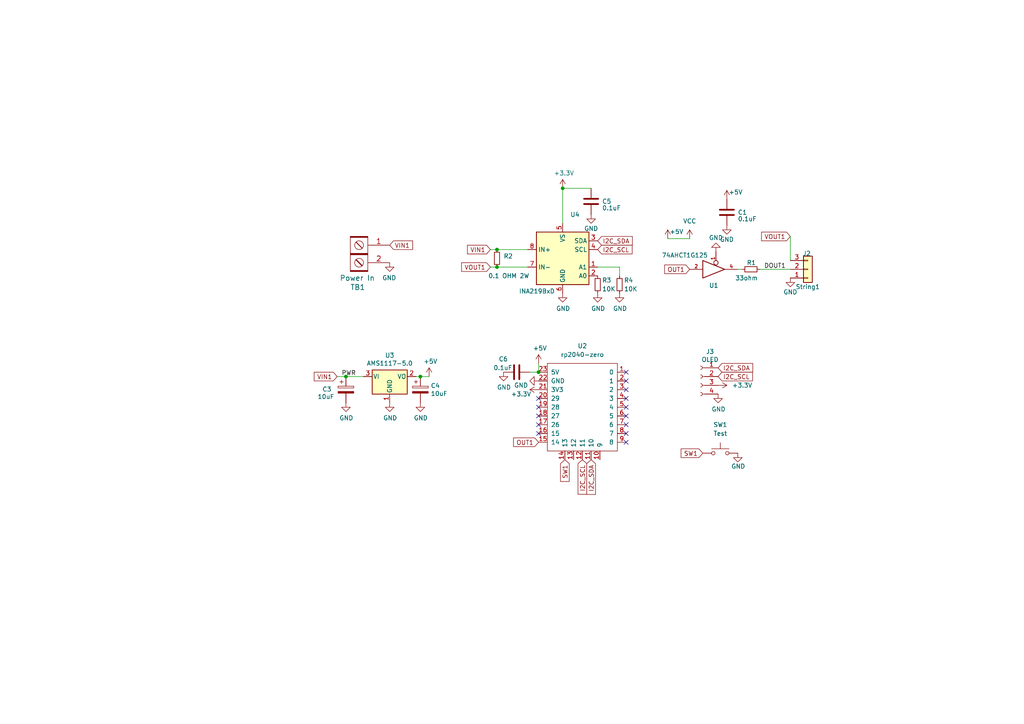
<source format=kicad_sch>
(kicad_sch (version 20231120) (generator "eeschema") (generator_version "8.0")
  (paper "A4")
  (title_block (title "RP2040 Count") (date "2024-02-11") (rev "v2"))
  (lib_symbols
    (symbol "74xGxx:74AHCT1G125" (pin_names (offset 1.016))
      (property "Reference" "U" (at -2.54 3.81 0))
      (property "Value" "74AHCT1G125" (at 0 -3.81 0))
      (symbol "74AHCT1G125_0_1"
        (polyline (pts (xy -3.81 2.54) (xy -3.81 -2.54) (xy 2.54 0) (xy -3.81 2.54)) (stroke (width 0.254)))
      )
      (symbol "74AHCT1G125_1_1"
        (pin input inverted (at 0 5.08 270) (length 3.81) (name "~") (number "1"))
        (pin input line (at -7.62 0 0) (length 3.81) (name "~") (number "2"))
        (pin power_in line (at 1.27 -1.27 270) (length 0) hide (name "GND") (number "3"))
        (pin tri_state line (at 6.35 0 180) (length 3.81) (name "~") (number "4"))
        (pin power_in line (at 1.27 1.27 90) (length 0) hide (name "VCC") (number "5"))
      )
    )
    (symbol "Barrier_Blocks:BARRIER_BLOCK_1ROW_2POS" (pin_names (offset 1.016) hide)
      (property "Reference" "TB" (at 0.127 -6.731 0))
      (property "Value" "Barrier_Blocks_BARRIER_BLOCK_1ROW_2POS" (at 0.254 6.35 0))
      (symbol "BARRIER_BLOCK_1ROW_2POS_0_1"
        (rectangle (start -2.54 5.08) (end 2.54 -5.08))
        (circle (center 0 -2.54) (radius 1.27))
        (polyline (pts (xy -2.54 -4.699) (xy -2.54 -5.08) (xy 2.54 -5.08) (xy 2.54 -4.699)) (fill (type outline)))
        (polyline (pts (xy -2.54 0.254) (xy -2.54 -0.254) (xy 2.54 -0.254) (xy 2.54 0.254)) (fill (type outline)))
        (polyline (pts (xy -2.54 4.699) (xy -2.54 5.08) (xy 2.54 5.08) (xy 2.54 4.699)) (fill (type outline)))
        (polyline (pts (xy -0.8382 -3.5052) (xy -0.9652 -3.3782) (xy 0.8128 -1.6002) (xy 0.9652 -1.7018) (xy -0.8382 -3.5052)) (fill (type outline)))
        (polyline (pts (xy -0.8382 1.5748) (xy -0.9652 1.6764) (xy -0.0508 2.5908) (xy 0.8382 3.4798) (xy 0.9652 3.3528) (xy 0.9652 3.3528)) (fill (type outline)))
        (circle (center 0 2.54) (radius 1.27))
      )
      (symbol "BARRIER_BLOCK_1ROW_2POS_1_1"
        (pin passive line (at -8.89 2.54 0) (length 6.35) (name "P1") (number "1"))
        (pin passive line (at -8.89 -2.54 0) (length 6.35) (name "P2") (number "2"))
      )
    )
    (symbol "Connector:Conn_01x04_Female" (pin_names (offset 1.016) hide)
      (property "Reference" "J" (at 0 5.08 0))
      (property "Value" "Conn_01x04_Female" (at 0 -7.62 0))
      (symbol "Conn_01x04_Female_1_1"
        (arc (start 0 -4.572) (mid -0.5058 -5.08) (end 0 -5.588) (stroke (width 0.1524)))
        (arc (start 0 -2.032) (mid -0.5058 -2.54) (end 0 -3.048) (stroke (width 0.1524)))
        (polyline (pts (xy -1.27 -5.08) (xy -0.508 -5.08)) (stroke (width 0.1524)))
        (polyline (pts (xy -1.27 -2.54) (xy -0.508 -2.54)) (stroke (width 0.1524)))
        (polyline (pts (xy -1.27 0) (xy -0.508 0)) (stroke (width 0.1524)))
        (polyline (pts (xy -1.27 2.54) (xy -0.508 2.54)) (stroke (width 0.1524)))
        (arc (start 0 0.508) (mid -0.5058 0) (end 0 -0.508) (stroke (width 0.1524)))
        (arc (start 0 3.048) (mid -0.5058 2.54) (end 0 2.032) (stroke (width 0.1524)))
        (pin passive line (at -5.08 2.54 0) (length 3.81) (name "Pin_1") (number "1"))
        (pin passive line (at -5.08 0 0) (length 3.81) (name "Pin_2") (number "2"))
        (pin passive line (at -5.08 -2.54 0) (length 3.81) (name "Pin_3") (number "3"))
        (pin passive line (at -5.08 -5.08 0) (length 3.81) (name "Pin_4") (number "4"))
      )
    )
    (symbol "Connector_Generic:Conn_01x03" (pin_names (offset 1.016) hide)
      (property "Reference" "J" (at 0 5.08 0))
      (property "Value" "Conn_01x03" (at 0 -5.08 0))
      (symbol "Conn_01x03_1_1"
        (rectangle (start -1.27 -2.413) (end 0 -2.667) (stroke (width 0.1524)))
        (rectangle (start -1.27 0.127) (end 0 -0.127) (stroke (width 0.1524)))
        (rectangle (start -1.27 2.667) (end 0 2.413) (stroke (width 0.1524)))
        (rectangle (start -1.27 3.81) (end 1.27 -3.81) (stroke (width 0.254)) (fill (type background)))
        (pin passive line (at -5.08 2.54 0) (length 3.81) (name "Pin_1") (number "1"))
        (pin passive line (at -5.08 0 0) (length 3.81) (name "Pin_2") (number "2"))
        (pin passive line (at -5.08 -2.54 0) (length 3.81) (name "Pin_3") (number "3"))
      )
    )
    (symbol "Device:C" (pin_numbers hide) (pin_names (offset 0.254))
      (property "Reference" "C" (at 0.635 2.54 0))
      (property "Value" "C" (at 0.635 -2.54 0))
      (symbol "C_0_1"
        (polyline (pts (xy -2.032 -0.762) (xy 2.032 -0.762)) (stroke (width 0.508)))
        (polyline (pts (xy -2.032 0.762) (xy 2.032 0.762)) (stroke (width 0.508)))
      )
      (symbol "C_1_1"
        (pin passive line (at 0 3.81 270) (length 2.794) (name "~") (number "1"))
        (pin passive line (at 0 -3.81 90) (length 2.794) (name "~") (number "2"))
      )
    )
    (symbol "Device:CP" (pin_numbers hide) (pin_names (offset 0.254))
      (property "Reference" "C" (at 0.635 2.54 0))
      (property "Value" "Device_CP" (at 0.635 -2.54 0))
      (symbol "CP_0_1"
        (rectangle (start -2.286 0.508) (end 2.286 1.016))
        (polyline (pts (xy -1.778 2.286) (xy -0.762 2.286)))
        (polyline (pts (xy -1.27 2.794) (xy -1.27 1.778)))
        (rectangle (start 2.286 -0.508) (end -2.286 -1.016) (fill (type outline)))
      )
      (symbol "CP_1_1"
        (pin passive line (at 0 3.81 270) (length 2.794) (name "~") (number "1"))
        (pin passive line (at 0 -3.81 90) (length 2.794) (name "~") (number "2"))
      )
    )
    (symbol "Device:R_Small" (pin_numbers hide) (pin_names (offset 0.254) hide)
      (property "Reference" "R" (at 0.762 0.508 0))
      (property "Value" "R_Small" (at 0.762 -1.016 0))
      (symbol "R_Small_0_1"
        (rectangle (start -0.762 1.778) (end 0.762 -1.778) (stroke (width 0.2032)))
      )
      (symbol "R_Small_1_1"
        (pin passive line (at 0 2.54 270) (length 0.762) (name "~") (number "1"))
        (pin passive line (at 0 -2.54 90) (length 0.762) (name "~") (number "2"))
      )
    )
    (symbol "Regulator_Linear:AMS1117-5.0" (pin_names (offset 0.254))
      (property "Reference" "U" (at -3.81 3.175 0))
      (property "Value" "AMS1117-5.0" (at 0 3.175 0))
      (symbol "AMS1117-5.0_0_1"
        (rectangle (start -5.08 -5.08) (end 5.08 1.905) (stroke (width 0.254)) (fill (type background)))
      )
      (symbol "AMS1117-5.0_1_1"
        (pin power_in line (at 0 -7.62 90) (length 2.54) (name "GND") (number "1"))
        (pin power_out line (at 7.62 0 180) (length 2.54) (name "VO") (number "2"))
        (pin power_in line (at -7.62 0 0) (length 2.54) (name "VI") (number "3"))
      )
    )
    (symbol "Sensor_Energy:INA219BxD"
      (property "Reference" "U" (at -6.35 8.89 0))
      (property "Value" "INA219BxD" (at 5.08 8.89 0))
      (symbol "INA219BxD_0_1"
        (rectangle (start -7.62 7.62) (end 7.62 -7.62) (stroke (width 0.254)) (fill (type background)))
      )
      (symbol "INA219BxD_1_1"
        (pin input line (at 10.16 -2.54 180) (length 2.54) (name "A1") (number "1"))
        (pin input line (at 10.16 -5.08 180) (length 2.54) (name "A0") (number "2"))
        (pin bidirectional line (at 10.16 5.08 180) (length 2.54) (name "SDA") (number "3"))
        (pin input line (at 10.16 2.54 180) (length 2.54) (name "SCL") (number "4"))
        (pin power_in line (at 0 10.16 270) (length 2.54) (name "VS") (number "5"))
        (pin power_in line (at 0 -10.16 90) (length 2.54) (name "GND") (number "6"))
        (pin input line (at -10.16 -2.54 0) (length 2.54) (name "IN-") (number "7"))
        (pin input line (at -10.16 2.54 0) (length 2.54) (name "IN+") (number "8"))
      )
    )
    (symbol "Switch:SW_Push" (pin_numbers hide) (pin_names (offset 1.016) hide)
      (property "Reference" "SW" (at 1.27 2.54 0))
      (property "Value" "SW_Push" (at 0 -1.524 0))
      (symbol "SW_Push_0_1"
        (circle (center -2.032 0) (radius 0.508))
        (polyline (pts (xy 0 1.27) (xy 0 3.048)))
        (polyline (pts (xy 2.54 1.27) (xy -2.54 1.27)))
        (circle (center 2.032 0) (radius 0.508))
        (pin passive line (at -5.08 0 0) (length 2.54) (name "1") (number "1"))
        (pin passive line (at 5.08 0 180) (length 2.54) (name "2") (number "2"))
      )
    )
    (symbol "mcu:rp2040-zero" (pin_names (offset 1.016))
      (property "Reference" "U" (at 0 15.24 0))
      (property "Value" "rp2040-zero" (at 0 12.7 0))
      (symbol "rp2040-zero_0_1"
        (rectangle (start -10.16 11.43) (end 10.16 -13.97))
      )
      (symbol "rp2040-zero_1_1"
        (pin bidirectional line (at 12.7 8.89 180) (length 2.54) (name "0") (number "1"))
        (pin bidirectional line (at 5.08 -16.51 90) (length 2.54) (name "9") (number "10"))
        (pin bidirectional line (at 2.54 -16.51 90) (length 2.54) (name "10") (number "11"))
        (pin bidirectional line (at 0 -16.51 90) (length 2.54) (name "11") (number "12"))
        (pin bidirectional line (at -2.54 -16.51 90) (length 2.54) (name "12") (number "13"))
        (pin bidirectional line (at -5.08 -16.51 90) (length 2.54) (name "13") (number "14"))
        (pin bidirectional line (at -12.7 -11.43 0) (length 2.54) (name "14") (number "15"))
        (pin bidirectional line (at -12.7 -8.89 0) (length 2.54) (name "15") (number "16"))
        (pin bidirectional line (at -12.7 -6.35 0) (length 2.54) (name "26") (number "17"))
        (pin bidirectional line (at -12.7 -3.81 0) (length 2.54) (name "27") (number "18"))
        (pin bidirectional line (at -12.7 -1.27 0) (length 2.54) (name "28") (number "19"))
        (pin bidirectional line (at 12.7 6.35 180) (length 2.54) (name "1") (number "2"))
        (pin bidirectional line (at -12.7 1.27 0) (length 2.54) (name "29") (number "20"))
        (pin power_out line (at -12.7 3.81 0) (length 2.54) (name "3V3") (number "21"))
        (pin power_out line (at -12.7 6.35 0) (length 2.54) (name "GND") (number "22"))
        (pin power_out line (at -12.7 8.89 0) (length 2.54) (name "5V") (number "23"))
        (pin bidirectional line (at 12.7 3.81 180) (length 2.54) (name "2") (number "3"))
        (pin bidirectional line (at 12.7 1.27 180) (length 2.54) (name "3") (number "4"))
        (pin bidirectional line (at 12.7 -1.27 180) (length 2.54) (name "4") (number "5"))
        (pin bidirectional line (at 12.7 -3.81 180) (length 2.54) (name "5") (number "6"))
        (pin bidirectional line (at 12.7 -6.35 180) (length 2.54) (name "6") (number "7"))
        (pin bidirectional line (at 12.7 -8.89 180) (length 2.54) (name "7") (number "8"))
        (pin bidirectional line (at 12.7 -11.43 180) (length 2.54) (name "8") (number "9"))
      )
    )
    (symbol "power:+3.3V" (power) (pin_names (offset 0))
      (property "Value" "+3.3V" (at 0 3.556 0))
      (symbol "+3.3V_0_1"
        (polyline (pts (xy -0.762 1.27) (xy 0 2.54)))
        (polyline (pts (xy 0 0) (xy 0 2.54)))
        (polyline (pts (xy 0 2.54) (xy 0.762 1.27)))
      )
      (symbol "+3.3V_1_1"
        (pin power_in line (at 0 0 90) (length 0) hide (name "+3.3V") (number "1"))
      )
    )
    (symbol "power:+5V" (power) (pin_names (offset 0))
      (property "Value" "+5V" (at 0 3.556 0))
      (symbol "+5V_0_1"
        (polyline (pts (xy -0.762 1.27) (xy 0 2.54)))
        (polyline (pts (xy 0 0) (xy 0 2.54)))
        (polyline (pts (xy 0 2.54) (xy 0.762 1.27)))
      )
      (symbol "+5V_1_1"
        (pin power_in line (at 0 0 90) (length 0) hide (name "+5V") (number "1"))
      )
    )
    (symbol "power:GND" (power) (pin_names (offset 0))
      (property "Value" "GND" (at 0 -3.81 0))
      (symbol "GND_0_1"
        (polyline (pts (xy 0 0) (xy 0 -1.27) (xy 1.27 -1.27) (xy 0 -2.54) (xy -1.27 -1.27) (xy 0 -1.27)))
      )
      (symbol "GND_1_1"
        (pin power_in line (at 0 0 270) (length 0) hide (name "GND") (number "1"))
      )
    )
    (symbol "power:VCC" (power) (pin_names (offset 0))
      (property "Value" "VCC" (at 0 3.81 0))
      (symbol "VCC_0_1"
        (polyline (pts (xy -0.762 1.27) (xy 0 2.54)))
        (polyline (pts (xy 0 0) (xy 0 2.54)))
        (polyline (pts (xy 0 2.54) (xy 0.762 1.27)))
      )
      (symbol "VCC_1_1"
        (pin power_in line (at 0 0 90) (length 0) hide (name "VCC") (number "1"))
      )
    )
  )
  (junction (at 100.33 109.22))
  (junction (at 144.145 72.39))
  (junction (at 156.21 107.95))
  (junction (at 163.195 54.61))
  (junction (at 144.145 77.47))
  (junction (at 121.92 109.22))
  (no_connect (at 156.21 123.19))
  (no_connect (at 156.21 115.57))
  (no_connect (at 181.61 128.27))
  (no_connect (at 156.21 118.11))
  (no_connect (at 181.61 125.73))
  (no_connect (at 156.21 120.65))
  (no_connect (at 156.21 125.73))
  (no_connect (at 181.61 113.03))
  (no_connect (at 181.61 107.95))
  (no_connect (at 181.61 120.65))
  (no_connect (at 181.61 123.19))
  (no_connect (at 181.61 110.49))
  (no_connect (at 181.61 118.11))
  (no_connect (at 181.61 115.57))
  (wire (pts (xy 156.21 105.41) (xy 156.21 107.95)))
  (wire (pts (xy 153.67 107.95) (xy 156.21 107.95)))
  (wire (pts (xy 163.195 54.61) (xy 163.195 64.77)))
  (wire (pts (xy 213.995 78.105) (xy 215.265 78.105)))
  (wire (pts (xy 144.145 77.47) (xy 153.035 77.47)))
  (wire (pts (xy 163.195 54.61) (xy 171.45 54.61)))
  (wire (pts (xy 120.65 109.22) (xy 121.92 109.22)))
  (wire (pts (xy 173.355 77.47) (xy 179.705 77.47)))
  (wire (pts (xy 220.345 78.105) (xy 229.235 78.105)))
  (wire (pts (xy 144.145 72.39) (xy 153.035 72.39)))
  (wire (pts (xy 179.705 77.47) (xy 179.705 80.01)))
  (wire (pts (xy 193.675 69.215) (xy 200.025 69.215)))
  (wire (pts (xy 121.92 109.22) (xy 124.46 109.22)))
  (wire (pts (xy 142.24 72.39) (xy 144.145 72.39)))
  (wire (pts (xy 105.41 109.22) (xy 100.33 109.22)))
  (wire (pts (xy 142.24 77.47) (xy 144.145 77.47)))
  (wire (pts (xy 229.235 68.58) (xy 229.235 75.565)))
  (wire (pts (xy 100.33 109.22) (xy 97.79 109.22)))
  (label "DOUT1" (at 221.615 78.105 0))
  (label "PWR" (at 99.06 109.22 0))
  (global_label "VIN1" (shape input) (at 113.03 71.12 0) (property "Intersheetrefs" "${INTERSHEET_REFS}" (effects (hide yes))))
  (global_label "VIN1" (shape input) (at 142.24 72.39 180) (property "Intersheetrefs" "${INTERSHEET_REFS}" (effects (hide yes))))
  (global_label "VIN1" (shape input) (at 97.79 109.22 180) (property "Intersheetrefs" "${INTERSHEET_REFS}" (effects (hide yes))))
  (global_label "I2C_SCL" (shape input) (at 208.28 109.22 0) (property "Intersheetrefs" "${INTERSHEET_REFS}" (effects (hide yes))))
  (global_label "SW1" (shape input) (at 203.835 131.445 180) (property "Intersheetrefs" "${INTERSHEET_REFS}" (effects (hide yes))))
  (global_label "I2C_SCL" (shape input) (at 173.355 72.39 0) (property "Intersheetrefs" "${INTERSHEET_REFS}" (effects (hide yes))))
  (global_label "I2C_SDA" (shape input) (at 171.45 133.35 270) (property "Intersheetrefs" "${INTERSHEET_REFS}" (effects (hide yes))))
  (global_label "VOUT1" (shape input) (at 229.235 68.58 180) (property "Intersheetrefs" "${INTERSHEET_REFS}" (effects (hide yes))))
  (global_label "OUT1" (shape input) (at 156.21 128.27 180) (property "Intersheetrefs" "${INTERSHEET_REFS}" (effects (hide yes))))
  (global_label "I2C_SDA" (shape input) (at 173.355 69.85 0) (property "Intersheetrefs" "${INTERSHEET_REFS}" (effects (hide yes))))
  (global_label "OUT1" (shape input) (at 200.025 78.105 180) (property "Intersheetrefs" "${INTERSHEET_REFS}" (effects (hide yes))))
  (global_label "I2C_SCL" (shape input) (at 168.91 133.35 270) (property "Intersheetrefs" "${INTERSHEET_REFS}" (effects (hide yes))))
  (global_label "SW1" (shape input) (at 163.83 133.35 270) (property "Intersheetrefs" "${INTERSHEET_REFS}" (effects (hide yes))))
  (global_label "I2C_SDA" (shape input) (at 208.28 106.68 0) (property "Intersheetrefs" "${INTERSHEET_REFS}" (effects (hide yes))))
  (global_label "VOUT1" (shape input) (at 142.24 77.47 180) (property "Intersheetrefs" "${INTERSHEET_REFS}" (effects (hide yes))))
  (symbol (lib_id "power:GND") (at 229.235 80.645 0) (unit 1)
    (property "Reference" "#PWR08" (effects (hide yes)))
    (property "Value" "GND" (at 229.235 84.709 0))
  )
  (symbol (lib_id "Device:C") (at 171.45 58.42 0) (unit 1)
    (property "Reference" "C5" (at 174.625 58.42 0) (effects (justify left)))
    (property "Value" "0.1uF" (at 174.625 60.325 0) (effects (justify left)))
    (property "Footprint" "Capacitor_SMD:C_0603_1608Metric_Pad1.08x0.95mm_HandSolder" (effects (hide yes)))
    (property "LCSC" "C14663" (effects (hide yes)))
    (property "LCSC_PN" "C14663" (effects (hide yes)))
  )
  (symbol (lib_id "Device:R_Small") (at 173.355 82.55 0) (unit 1)
    (property "Reference" "R3" (at 174.625 81.28 0) (effects (justify left)))
    (property "Value" "10K" (at 174.625 83.82 0) (effects (justify left)))
    (property "Footprint" "Resistor_SMD:R_0603_1608Metric_Pad0.98x0.95mm_HandSolder" (effects (hide yes)))
  )
  (symbol (lib_id "power:+5V") (at 156.21 105.41 0) (unit 1)
    (property "Reference" "#PWR024" (effects (hide yes)))
    (property "Value" "+5V" (at 156.591 101.0158 0))
  )
  (symbol (lib_id "power:GND") (at 163.195 85.09 0) (unit 1)
    (property "Reference" "#PWR023" (effects (hide yes)))
    (property "Value" "GND" (at 163.322 89.4842 0))
  )
  (symbol (lib_id "Device:C") (at 149.86 107.95 90) (unit 1)
    (property "Reference" "C6" (at 147.32 104.14 90) (effects (justify left)))
    (property "Value" "0.1uF" (at 148.59 106.68 90) (effects (justify left)))
    (property "Footprint" "Capacitor_SMD:C_0603_1608Metric_Pad1.08x0.95mm_HandSolder" (effects (hide yes)))
  )
  (symbol (lib_id "power:GND") (at 208.28 114.3 0) (unit 1)
    (property "Reference" "#PWR010" (effects (hide yes)))
    (property "Value" "GND" (at 208.407 118.6942 0))
  )
  (symbol (lib_id "power:GND") (at 156.21 110.49 270) (unit 1)
    (property "Reference" "#PWR013" (effects (hide yes)))
    (property "Value" "GND" (at 151.13 111.76 90))
  )
  (symbol (lib_id "power:GND") (at 171.45 62.23 0) (unit 1)
    (property "Reference" "#PWR026" (effects (hide yes)))
    (property "Value" "GND" (at 171.45 66.294 0))
  )
  (symbol (lib_id "power:VCC") (at 200.025 69.215 0) (unit 1)
    (property "Reference" "#PWR04" (effects (hide yes)))
    (property "Value" "VCC" (at 200.025 64.135 0))
  )
  (symbol (lib_id "74xGxx:74AHCT1G125") (at 207.645 78.105 0) (unit 1)
    (property "Reference" "U1" (at 207.01 82.7945 0))
    (property "Value" "74AHCT1G125" (at 198.628 74.041 0))
    (property "Footprint" "Package_SO:TSOP-5_1.65x3.05mm_P0.95mm" (effects (hide yes)))
    (property "Datasheet" "http://www.ti.com/lit/sg/scyt129e/scyt129e.pdf" (effects (hide yes)))
    (property "Digi-Key_PN" "74AHCT1G125W5-7DICT-ND" (effects (hide yes)))
    (property "LCSC_PN" "C7484" (effects (hide yes)))
    (property "MPN" "74AHCT1G125W5-7" (effects (hide yes)))
    (property "LCSC" "C7484" (effects (hide yes)))
  )
  (symbol (lib_id "Device:R_Small") (at 179.705 82.55 0) (unit 1)
    (property "Reference" "R4" (at 180.975 81.28 0) (effects (justify left)))
    (property "Value" "10K" (at 180.975 83.82 0) (effects (justify left)))
    (property "Footprint" "Resistor_SMD:R_0603_1608Metric_Pad0.98x0.95mm_HandSolder" (effects (hide yes)))
  )
  (symbol (lib_id "power:+5V") (at 210.82 57.785 0) (unit 1)
    (property "Reference" "#PWR01" (effects (hide yes)))
    (property "Value" "+5V" (at 213.36 55.753 0))
  )
  (symbol (lib_id "power:GND") (at 121.92 116.84 0) (unit 1)
    (property "Reference" "#PWR017" (effects (hide yes)))
    (property "Value" "GND" (at 122.047 121.2342 0))
  )
  (symbol (lib_id "Connector:Conn_01x04_Female") (at 203.2 109.22 0) (mirror y) (unit 1)
    (property "Reference" "J3" (at 205.9432 101.981 0))
    (property "Value" "OLED" (at 205.9432 104.2924 0))
    (property "Footprint" "Scotts:OLED-SSD1306-128X64-I2C-THT_SCOTT2" (effects (hide yes)))
    (property "Digi-Key_PN" "S7002-ND" (effects (hide yes)))
    (property "MPN" "PPTC041LFBN-RC" (effects (hide yes)))
    (property "LCSC" "C225501" (effects (hide yes)))
  )
  (symbol (lib_id "power:GND") (at 100.33 116.84 0) (unit 1)
    (property "Reference" "#PWR015" (effects (hide yes)))
    (property "Value" "GND" (at 100.457 121.2342 0))
  )
  (symbol (lib_id "power:GND") (at 213.995 131.445 0) (unit 1)
    (property "Reference" "#PWR011" (effects (hide yes)))
    (property "Value" "GND" (at 214.122 135.255 0))
  )
  (symbol (lib_id "Barrier_Blocks:BARRIER_BLOCK_1ROW_2POS") (at 104.14 73.66 0) (mirror y) (unit 1)
    (property "Reference" "TB1" (at 103.759 83.312 0) (effects (font (size 1.524 1.524))))
    (property "Value" "Power In" (at 103.632 80.645 0) (effects (font (size 1.524 1.524))))
    (property "Footprint" "Connector_Phoenix_MC:PhoenixContact_MCV_1,5_2-G-3.81_1x02_P3.81mm_Vertical" (effects (hide yes)))
    (property "Digi-Key_PN" "A98472-ND" (effects (hide yes)))
    (property "MPN" "4DB-P108-02" (effects (hide yes)))
  )
  (symbol (lib_id "Switch:SW_Push") (at 208.915 131.445 0) (unit 1)
    (property "Reference" "SW1" (at 208.915 123.19 0))
    (property "Value" "Test" (at 208.915 125.73 0))
    (property "Footprint" "Button_Switch_SMD:SW_Push_1P1T_NO_6x6mm_H9.5mm" (effects (hide yes)))
    (property "LCSC" "C2834918" (effects (hide yes)))
  )
  (symbol (lib_id "power:GND") (at 207.645 73.025 180) (unit 1)
    (property "Reference" "#PWR06" (effects (hide yes)))
    (property "Value" "GND" (at 207.645 68.961 0))
  )
  (symbol (lib_id "power:GND") (at 113.03 76.2 0) (mirror y) (unit 1)
    (property "Reference" "#PWR012" (effects (hide yes)))
    (property "Value" "GND" (at 112.903 80.5942 0))
  )
  (symbol (lib_id "power:GND") (at 146.05 107.95 0) (unit 1)
    (property "Reference" "#PWR025" (effects (hide yes)))
    (property "Value" "GND" (at 146.177 112.3442 0))
  )
  (symbol (lib_id "power:+3.3V") (at 156.21 113.03 90) (unit 1)
    (property "Reference" "#PWR07" (effects (hide yes)))
    (property "Value" "+3.3V" (at 151.13 114.3 90))
  )
  (symbol (lib_id "power:GND") (at 113.03 116.84 0) (unit 1)
    (property "Reference" "#PWR016" (effects (hide yes)))
    (property "Value" "GND" (at 113.157 121.2342 0))
  )
  (symbol (lib_id "power:+3.3V") (at 208.28 111.76 270) (unit 1)
    (property "Reference" "#PWR09" (effects (hide yes)))
    (property "Value" "+3.3V" (at 215.265 111.76 90))
  )
  (symbol (lib_id "power:GND") (at 179.705 85.09 0) (unit 1)
    (property "Reference" "#PWR021" (effects (hide yes)))
    (property "Value" "GND" (at 179.832 89.4842 0))
  )
  (symbol (lib_id "Regulator_Linear:AMS1117-5.0") (at 113.03 109.22 0) (unit 1)
    (property "Reference" "U3" (at 113.03 103.0732 0))
    (property "Value" "AMS1117-5.0" (at 113.03 105.3846 0))
    (property "Footprint" "Package_TO_SOT_SMD:SOT-223-3_TabPin2" (effects (hide yes)))
    (property "Datasheet" "http://www.advanced-monolithic.com/pdf/ds1117.pdf" (effects (hide yes)))
    (property "LCSC_PN" "C6187" (effects (hide yes)))
    (property "Digi-Key_PN" "488-LM1117MPX-50NOPBCT-ND" (effects (hide yes)))
    (property "MPN" "LM1117MPX-50NOPB" (effects (hide yes)))
    (property "LCSC" "C6187" (effects (hide yes)))
  )
  (symbol (lib_id "Device:R_Small") (at 217.805 78.105 270) (unit 1)
    (property "Reference" "R1" (at 217.932 76.2 90))
    (property "Value" "33ohm" (at 216.535 80.645 90))
    (property "Footprint" "Resistor_SMD:R_0603_1608Metric_Pad0.98x0.95mm_HandSolder" (effects (hide yes)))
    (property "LCSC_PN" "C23140" (effects (hide yes)))
    (property "Digi-Key_PN" "311-33GRCT-ND" (effects (hide yes)))
    (property "MPN" "RC0603JR-0733RL" (effects (hide yes)))
    (property "LCSC" "C23140" (effects (hide yes)))
  )
  (symbol (lib_id "power:+5V") (at 193.675 69.215 0) (unit 1)
    (property "Reference" "#PWR03" (effects (hide yes)))
    (property "Value" "+5V" (at 196.215 67.183 0))
  )
  (symbol (lib_id "Device:C") (at 210.82 61.595 0) (unit 1)
    (property "Reference" "C1" (at 213.995 61.595 0) (effects (justify left)))
    (property "Value" "0.1uF" (at 213.995 63.5 0) (effects (justify left)))
    (property "Footprint" "Capacitor_SMD:C_0603_1608Metric_Pad1.08x0.95mm_HandSolder" (effects (hide yes)))
    (property "LCSC" "C14663" (effects (hide yes)))
    (property "LCSC_PN" "C14663" (effects (hide yes)))
  )
  (symbol (lib_id "Sensor_Energy:INA219BxD") (at 163.195 74.93 0) (unit 1)
    (property "Reference" "U4" (at 165.3891 62.23 0) (effects (justify left)))
    (property "Value" "INA219BxD" (at 150.495 84.455 0) (effects (justify left)))
    (property "Footprint" "Package_SO:SOIC-8_3.9x4.9mm_P1.27mm" (effects (hide yes)))
    (property "Datasheet" "http://www.ti.com/lit/ds/symlink/ina219.pdf" (effects (hide yes)))
    (property "LCSC PN" "C138706" (effects (hide yes)))
  )
  (symbol (lib_id "Device:CP") (at 100.33 113.03 0) (unit 1)
    (property "Reference" "C3" (at 93.472 112.903 0) (effects (justify left)))
    (property "Value" "10uF" (at 92.075 115.062 0) (effects (justify left)))
    (property "Footprint" "Capacitor_SMD:C_0805_2012Metric_Pad1.18x1.45mm_HandSolder" (effects (hide yes)))
    (property "Digi-Key_PN" "490-5523-1-ND" (effects (hide yes)))
    (property "MPN" "GRM21BR61E106KA73L" (effects (hide yes)))
    (property "LCSC_PN" "C15850" (effects (hide yes)))
    (property "LCSC" "C15850" (effects (hide yes)))
  )
  (symbol (lib_id "Device:R_Small") (at 144.145 74.93 0) (unit 1)
    (property "Reference" "R2" (at 146.05 74.295 0) (effects (justify left)))
    (property "Value" "0.1 OHM 2W" (at 141.605 80.01 0) (effects (justify left)))
    (property "Footprint" "Resistor_SMD:R_2512_6332Metric_Pad1.40x3.35mm_HandSolder" (effects (hide yes)))
  )
  (symbol (lib_id "power:+5V") (at 124.46 109.22 0) (unit 1)
    (property "Reference" "#PWR014" (effects (hide yes)))
    (property "Value" "+5V" (at 124.841 104.8258 0))
  )
  (symbol (lib_id "power:GND") (at 173.355 85.09 0) (unit 1)
    (property "Reference" "#PWR022" (effects (hide yes)))
    (property "Value" "GND" (at 173.482 89.4842 0))
  )
  (symbol (lib_id "power:GND") (at 210.82 65.405 0) (unit 1)
    (property "Reference" "#PWR02" (effects (hide yes)))
    (property "Value" "GND" (at 210.82 69.469 0))
  )
  (symbol (lib_id "mcu:rp2040-zero") (at 168.91 116.84 0) (unit 1)
    (property "Reference" "U2" (at 168.91 100.33 0))
    (property "Value" "rp2040-zero" (at 168.91 102.87 0))
    (property "Footprint" "mcu:rp2040-zero-tht" (effects (hide yes)))
  )
  (symbol (lib_id "power:+3.3V") (at 163.195 54.61 0) (unit 1)
    (property "Reference" "#PWR05" (effects (hide yes)))
    (property "Value" "+3.3V" (at 163.576 50.2158 0))
  )
  (symbol (lib_id "Connector_Generic:Conn_01x03") (at 234.315 78.105 0) (mirror x) (unit 1)
    (property "Reference" "J2" (at 232.791 73.533 0) (effects (justify left)))
    (property "Value" "String1" (at 230.759 83.185 0) (effects (justify left)))
    (property "Footprint" "Scotts:PhoenixContact_MCV_3.81mm_3.5mm_1x03_Vertical" (effects (hide yes)))
    (property "Digi-Key_PN" "277-5737-ND/ED10555-ND" (effects (hide yes)))
    (property "MPN" "1843619/OSTTJ0311530" (effects (hide yes)))
  )
  (symbol (lib_id "Device:CP") (at 121.92 113.03 0) (unit 1)
    (property "Reference" "C4" (at 124.9172 111.8616 0) (effects (justify left)))
    (property "Value" "10uF" (at 124.9172 114.173 0) (effects (justify left)))
    (property "Footprint" "Capacitor_SMD:C_0805_2012Metric_Pad1.18x1.45mm_HandSolder" (effects (hide yes)))
    (property "Digi-Key_PN" "490-5523-1-ND" (effects (hide yes)))
    (property "MPN" "GRM21BR61E106KA73L" (effects (hide yes)))
    (property "LCSC_PN" "C15850" (effects (hide yes)))
    (property "LCSC" "C15850" (effects (hide yes)))
  )
)
</source>
